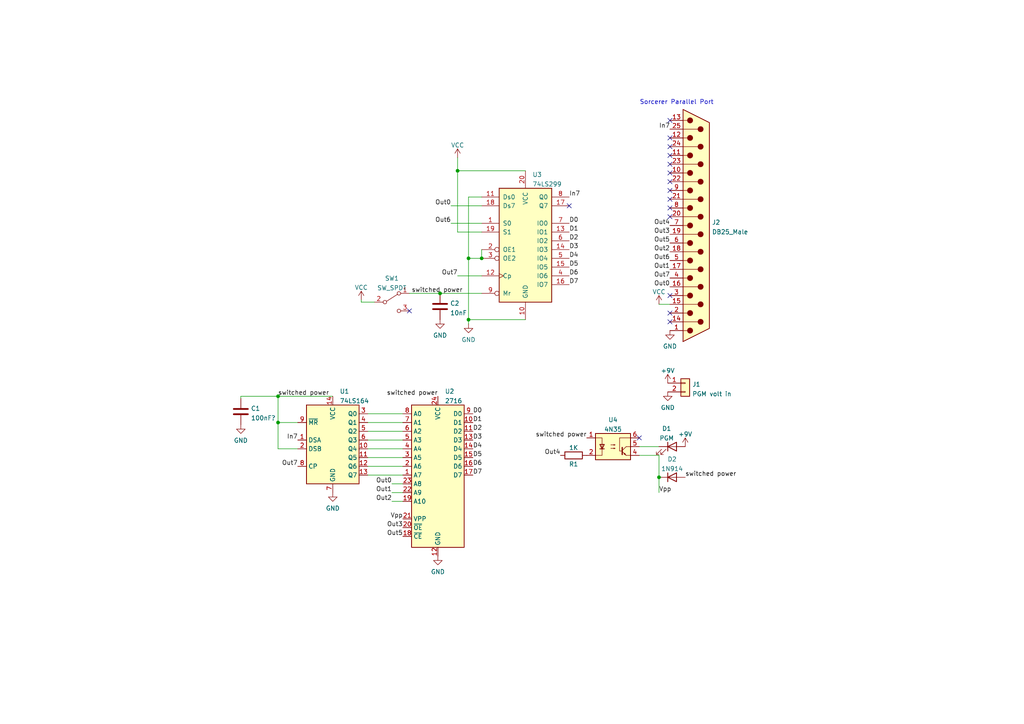
<source format=kicad_sch>
(kicad_sch (version 20211123) (generator eeschema)
  (paper "A4")
  (lib_symbols
    (symbol "74xx:74HC164"
      (property "Reference" "U" (at 1.905 -13.97 0))
      (property "Value" "74HC164" (at 1.905 -16.51 0))
      (symbol "74HC164_0_1"
        (rectangle (start 7.62 10.16) (end -7.62 -12.7) (stroke (width 0.254)) (fill (type background)))
      )
      (symbol "74HC164_1_1"
        (pin input line (at -10.16 0 0) (length 2.54) (name "DSA") (number "1"))
        (pin output line (at 10.16 -2.54 180) (length 2.54) (name "Q4") (number "10"))
        (pin output line (at 10.16 -5.08 180) (length 2.54) (name "Q5") (number "11"))
        (pin output line (at 10.16 -7.62 180) (length 2.54) (name "Q6") (number "12"))
        (pin output line (at 10.16 -10.16 180) (length 2.54) (name "Q7") (number "13"))
        (pin power_in line (at 0 12.7 270) (length 2.54) (name "VCC") (number "14"))
        (pin input line (at -10.16 -2.54 0) (length 2.54) (name "DSB") (number "2"))
        (pin output line (at 10.16 7.62 180) (length 2.54) (name "Q0") (number "3"))
        (pin output line (at 10.16 5.08 180) (length 2.54) (name "Q1") (number "4"))
        (pin output line (at 10.16 2.54 180) (length 2.54) (name "Q2") (number "5"))
        (pin output line (at 10.16 0 180) (length 2.54) (name "Q3") (number "6"))
        (pin power_in line (at 0 -15.24 90) (length 2.54) (name "GND") (number "7"))
        (pin input line (at -10.16 -7.62 0) (length 2.54) (name "CP") (number "8"))
        (pin input line (at -10.16 5.08 0) (length 2.54) (name "~{MR}") (number "9"))
      )
    )
    (symbol "74xx:74LS299" (pin_names (offset 1.016))
      (property "Reference" "U" (at -7.62 16.51 0))
      (property "Value" "74LS299" (at -7.62 -19.05 0))
      (symbol "74LS299_1_0"
        (pin input line (at -12.7 5.08 0) (length 5.08) (name "S0") (number "1"))
        (pin power_in line (at 0 -22.86 90) (length 5.08) (name "GND") (number "10"))
        (pin input line (at -12.7 12.7 0) (length 5.08) (name "Ds0") (number "11"))
        (pin input clock (at -12.7 -10.16 0) (length 5.08) (name "Cp") (number "12"))
        (pin tri_state line (at 12.7 2.54 180) (length 5.08) (name "IO1") (number "13"))
        (pin tri_state line (at 12.7 -2.54 180) (length 5.08) (name "IO3") (number "14"))
        (pin tri_state line (at 12.7 -7.62 180) (length 5.08) (name "IO5") (number "15"))
        (pin tri_state line (at 12.7 -12.7 180) (length 5.08) (name "IO7") (number "16"))
        (pin output line (at 12.7 10.16 180) (length 5.08) (name "Q7") (number "17"))
        (pin input line (at -12.7 10.16 0) (length 5.08) (name "Ds7") (number "18"))
        (pin input line (at -12.7 2.54 0) (length 5.08) (name "S1") (number "19"))
        (pin input inverted (at -12.7 -2.54 0) (length 5.08) (name "OE1") (number "2"))
        (pin power_in line (at 0 20.32 270) (length 5.08) (name "VCC") (number "20"))
        (pin input inverted (at -12.7 -5.08 0) (length 5.08) (name "OE2") (number "3"))
        (pin tri_state line (at 12.7 -10.16 180) (length 5.08) (name "IO6") (number "4"))
        (pin tri_state line (at 12.7 -5.08 180) (length 5.08) (name "IO4") (number "5"))
        (pin tri_state line (at 12.7 0 180) (length 5.08) (name "IO2") (number "6"))
        (pin tri_state line (at 12.7 5.08 180) (length 5.08) (name "IO0") (number "7"))
        (pin output line (at 12.7 12.7 180) (length 5.08) (name "Q0") (number "8"))
        (pin input inverted (at -12.7 -15.24 0) (length 5.08) (name "Mr") (number "9"))
      )
      (symbol "74LS299_1_1"
        (rectangle (start -7.62 15.24) (end 7.62 -17.78) (stroke (width 0.254)) (fill (type background)))
      )
    )
    (symbol "Connector:DB25_Male" (pin_names (offset 1.016) hide)
      (property "Reference" "J" (at 0 34.29 0))
      (property "Value" "DB25_Male" (at 0 -34.925 0))
      (symbol "DB25_Male_0_1"
        (circle (center -1.778 -30.48) (radius 0.762) (fill (type outline)))
        (circle (center -1.778 -25.4) (radius 0.762) (fill (type outline)))
        (circle (center -1.778 -20.32) (radius 0.762) (fill (type outline)))
        (circle (center -1.778 -15.24) (radius 0.762) (fill (type outline)))
        (circle (center -1.778 -10.16) (radius 0.762) (fill (type outline)))
        (circle (center -1.778 -5.08) (radius 0.762) (fill (type outline)))
        (circle (center -1.778 0) (radius 0.762) (fill (type outline)))
        (circle (center -1.778 5.08) (radius 0.762) (fill (type outline)))
        (circle (center -1.778 10.16) (radius 0.762) (fill (type outline)))
        (circle (center -1.778 15.24) (radius 0.762) (fill (type outline)))
        (circle (center -1.778 20.32) (radius 0.762) (fill (type outline)))
        (circle (center -1.778 25.4) (radius 0.762) (fill (type outline)))
        (circle (center -1.778 30.48) (radius 0.762) (fill (type outline)))
        (polyline (pts (xy -3.81 -30.48) (xy -2.54 -30.48)))
        (polyline (pts (xy -3.81 -27.94) (xy 0.508 -27.94)))
        (polyline (pts (xy -3.81 -25.4) (xy -2.54 -25.4)))
        (polyline (pts (xy -3.81 -22.86) (xy 0.508 -22.86)))
        (polyline (pts (xy -3.81 -20.32) (xy -2.54 -20.32)))
        (polyline (pts (xy -3.81 -17.78) (xy 0.508 -17.78)))
        (polyline (pts (xy -3.81 -15.24) (xy -2.54 -15.24)))
        (polyline (pts (xy -3.81 -12.7) (xy 0.508 -12.7)))
        (polyline (pts (xy -3.81 -10.16) (xy -2.54 -10.16)))
        (polyline (pts (xy -3.81 -7.62) (xy 0.508 -7.62)))
        (polyline (pts (xy -3.81 -5.08) (xy -2.54 -5.08)))
        (polyline (pts (xy -3.81 -2.54) (xy 0.508 -2.54)))
        (polyline (pts (xy -3.81 0) (xy -2.54 0)))
        (polyline (pts (xy -3.81 2.54) (xy 0.508 2.54)))
        (polyline (pts (xy -3.81 5.08) (xy -2.54 5.08)))
        (polyline (pts (xy -3.81 7.62) (xy 0.508 7.62)))
        (polyline (pts (xy -3.81 10.16) (xy -2.54 10.16)))
        (polyline (pts (xy -3.81 12.7) (xy 0.508 12.7)))
        (polyline (pts (xy -3.81 15.24) (xy -2.54 15.24)))
        (polyline (pts (xy -3.81 17.78) (xy 0.508 17.78)))
        (polyline (pts (xy -3.81 20.32) (xy -2.54 20.32)))
        (polyline (pts (xy -3.81 22.86) (xy 0.508 22.86)))
        (polyline (pts (xy -3.81 25.4) (xy -2.54 25.4)))
        (polyline (pts (xy -3.81 27.94) (xy 0.508 27.94)))
        (polyline (pts (xy -3.81 30.48) (xy -2.54 30.48)))
        (polyline (pts (xy -3.81 -33.655) (xy 3.81 -29.845) (xy 3.81 29.845) (xy -3.81 33.655) (xy -3.81 -33.655)) (stroke (width 0.254)) (fill (type background)))
        (circle (center 1.27 -27.94) (radius 0.762) (fill (type outline)))
        (circle (center 1.27 -22.86) (radius 0.762) (fill (type outline)))
        (circle (center 1.27 -17.78) (radius 0.762) (fill (type outline)))
        (circle (center 1.27 -12.7) (radius 0.762) (fill (type outline)))
        (circle (center 1.27 -7.62) (radius 0.762) (fill (type outline)))
        (circle (center 1.27 -2.54) (radius 0.762) (fill (type outline)))
        (circle (center 1.27 2.54) (radius 0.762) (fill (type outline)))
        (circle (center 1.27 7.62) (radius 0.762) (fill (type outline)))
        (circle (center 1.27 12.7) (radius 0.762) (fill (type outline)))
        (circle (center 1.27 17.78) (radius 0.762) (fill (type outline)))
        (circle (center 1.27 22.86) (radius 0.762) (fill (type outline)))
        (circle (center 1.27 27.94) (radius 0.762) (fill (type outline)))
      )
      (symbol "DB25_Male_1_1"
        (pin passive line (at -7.62 -30.48 0) (length 3.81) (name "1") (number "1"))
        (pin passive line (at -7.62 15.24 0) (length 3.81) (name "10") (number "10"))
        (pin passive line (at -7.62 20.32 0) (length 3.81) (name "11") (number "11"))
        (pin passive line (at -7.62 25.4 0) (length 3.81) (name "12") (number "12"))
        (pin passive line (at -7.62 30.48 0) (length 3.81) (name "13") (number "13"))
        (pin passive line (at -7.62 -27.94 0) (length 3.81) (name "P14") (number "14"))
        (pin passive line (at -7.62 -22.86 0) (length 3.81) (name "P15") (number "15"))
        (pin passive line (at -7.62 -17.78 0) (length 3.81) (name "P16") (number "16"))
        (pin passive line (at -7.62 -12.7 0) (length 3.81) (name "P17") (number "17"))
        (pin passive line (at -7.62 -7.62 0) (length 3.81) (name "P18") (number "18"))
        (pin passive line (at -7.62 -2.54 0) (length 3.81) (name "P19") (number "19"))
        (pin passive line (at -7.62 -25.4 0) (length 3.81) (name "2") (number "2"))
        (pin passive line (at -7.62 2.54 0) (length 3.81) (name "P20") (number "20"))
        (pin passive line (at -7.62 7.62 0) (length 3.81) (name "P21") (number "21"))
        (pin passive line (at -7.62 12.7 0) (length 3.81) (name "P22") (number "22"))
        (pin passive line (at -7.62 17.78 0) (length 3.81) (name "P23") (number "23"))
        (pin passive line (at -7.62 22.86 0) (length 3.81) (name "P24") (number "24"))
        (pin passive line (at -7.62 27.94 0) (length 3.81) (name "P25") (number "25"))
        (pin passive line (at -7.62 -20.32 0) (length 3.81) (name "3") (number "3"))
        (pin passive line (at -7.62 -15.24 0) (length 3.81) (name "4") (number "4"))
        (pin passive line (at -7.62 -10.16 0) (length 3.81) (name "5") (number "5"))
        (pin passive line (at -7.62 -5.08 0) (length 3.81) (name "6") (number "6"))
        (pin passive line (at -7.62 0 0) (length 3.81) (name "7") (number "7"))
        (pin passive line (at -7.62 5.08 0) (length 3.81) (name "8") (number "8"))
        (pin passive line (at -7.62 10.16 0) (length 3.81) (name "9") (number "9"))
      )
    )
    (symbol "Connector_Generic:Conn_01x02" (pin_names (offset 1.016) hide)
      (property "Reference" "J" (at 0 2.54 0))
      (property "Value" "Conn_01x02" (at 0 -5.08 0))
      (symbol "Conn_01x02_1_1"
        (rectangle (start -1.27 -2.413) (end 0 -2.667) (stroke (width 0.1524)))
        (rectangle (start -1.27 0.127) (end 0 -0.127) (stroke (width 0.1524)))
        (rectangle (start -1.27 1.27) (end 1.27 -3.81) (stroke (width 0.254)) (fill (type background)))
        (pin passive line (at -5.08 0 0) (length 3.81) (name "Pin_1") (number "1"))
        (pin passive line (at -5.08 -2.54 0) (length 3.81) (name "Pin_2") (number "2"))
      )
    )
    (symbol "Device:C" (pin_numbers hide) (pin_names (offset 0.254))
      (property "Reference" "C" (at 0.635 2.54 0))
      (property "Value" "C" (at 0.635 -2.54 0))
      (symbol "C_0_1"
        (polyline (pts (xy -2.032 -0.762) (xy 2.032 -0.762)) (stroke (width 0.508)))
        (polyline (pts (xy -2.032 0.762) (xy 2.032 0.762)) (stroke (width 0.508)))
      )
      (symbol "C_1_1"
        (pin passive line (at 0 3.81 270) (length 2.794) (name "~") (number "1"))
        (pin passive line (at 0 -3.81 90) (length 2.794) (name "~") (number "2"))
      )
    )
    (symbol "Device:LED" (pin_numbers hide) (pin_names (offset 1.016) hide)
      (property "Reference" "D" (at 0 2.54 0))
      (property "Value" "LED" (at 0 -2.54 0))
      (symbol "LED_0_1"
        (polyline (pts (xy -1.27 -1.27) (xy -1.27 1.27)) (stroke (width 0.254)))
        (polyline (pts (xy -1.27 0) (xy 1.27 0)))
        (polyline (pts (xy 1.27 -1.27) (xy 1.27 1.27) (xy -1.27 0) (xy 1.27 -1.27)) (stroke (width 0.254)))
        (polyline (pts (xy -3.048 -0.762) (xy -4.572 -2.286) (xy -3.81 -2.286) (xy -4.572 -2.286) (xy -4.572 -1.524)))
        (polyline (pts (xy -1.778 -0.762) (xy -3.302 -2.286) (xy -2.54 -2.286) (xy -3.302 -2.286) (xy -3.302 -1.524)))
      )
      (symbol "LED_1_1"
        (pin passive line (at -3.81 0 0) (length 2.54) (name "K") (number "1"))
        (pin passive line (at 3.81 0 180) (length 2.54) (name "A") (number "2"))
      )
    )
    (symbol "Device:R" (pin_numbers hide) (pin_names (offset 0))
      (property "Reference" "R" (at 2.032 0 90))
      (property "Value" "R" (at 0 0 90))
      (symbol "R_0_1"
        (rectangle (start -1.016 -2.54) (end 1.016 2.54) (stroke (width 0.254)))
      )
      (symbol "R_1_1"
        (pin passive line (at 0 3.81 270) (length 1.27) (name "~") (number "1"))
        (pin passive line (at 0 -3.81 90) (length 1.27) (name "~") (number "2"))
      )
    )
    (symbol "Diode:1N914" (pin_numbers hide) (pin_names (offset 1.016) hide)
      (property "Reference" "D" (at 0 2.54 0))
      (property "Value" "1N914" (at 0 -2.54 0))
      (symbol "1N914_0_1"
        (polyline (pts (xy -1.27 1.27) (xy -1.27 -1.27)) (stroke (width 0.254)))
        (polyline (pts (xy 1.27 0) (xy -1.27 0)))
        (polyline (pts (xy 1.27 1.27) (xy 1.27 -1.27) (xy -1.27 0) (xy 1.27 1.27)) (stroke (width 0.254)))
      )
      (symbol "1N914_1_1"
        (pin passive line (at -3.81 0 0) (length 2.54) (name "K") (number "1"))
        (pin passive line (at 3.81 0 180) (length 2.54) (name "A") (number "2"))
      )
    )
    (symbol "Evan's misc parts:2716"
      (property "Reference" "U" (at -7.62 21.59 0))
      (property "Value" "2716" (at 2.54 -22.225 0))
      (symbol "2716_1_1"
        (rectangle (start -7.62 20.32) (end 7.62 -20.955) (stroke (width 0.254)) (fill (type background)))
        (pin input line (at -10.16 0 0) (length 2.54) (name "A7") (number "1"))
        (pin tri_state line (at 10.16 15.24 180) (length 2.54) (name "D1") (number "10"))
        (pin tri_state line (at 10.16 12.7 180) (length 2.54) (name "D2") (number "11"))
        (pin power_in line (at 0 -23.495 90) (length 2.54) (name "GND") (number "12"))
        (pin tri_state line (at 10.16 10.16 180) (length 2.54) (name "D3") (number "13"))
        (pin tri_state line (at 10.16 7.62 180) (length 2.54) (name "D4") (number "14"))
        (pin tri_state line (at 10.16 5.08 180) (length 2.54) (name "D5") (number "15"))
        (pin tri_state line (at 10.16 2.54 180) (length 2.54) (name "D6") (number "16"))
        (pin tri_state line (at 10.16 0 180) (length 2.54) (name "D7") (number "17"))
        (pin input line (at -10.16 -17.78 0) (length 2.54) (name "~{CE}") (number "18"))
        (pin input line (at -10.16 -7.62 0) (length 2.54) (name "A10") (number "19"))
        (pin input line (at -10.16 2.54 0) (length 2.54) (name "A6") (number "2"))
        (pin input line (at -10.16 -15.24 0) (length 2.54) (name "~{OE}") (number "20"))
        (pin input line (at -10.16 -12.7 0) (length 2.54) (name "VPP") (number "21"))
        (pin input line (at -10.16 -5.08 0) (length 2.54) (name "A9") (number "22"))
        (pin input line (at -10.16 -2.54 0) (length 2.54) (name "A8") (number "23"))
        (pin power_in line (at 0 22.86 270) (length 2.54) (name "VCC") (number "24"))
        (pin input line (at -10.16 5.08 0) (length 2.54) (name "A5") (number "3"))
        (pin input line (at -10.16 7.62 0) (length 2.54) (name "A4") (number "4"))
        (pin input line (at -10.16 10.16 0) (length 2.54) (name "A3") (number "5"))
        (pin input line (at -10.16 12.7 0) (length 2.54) (name "A2") (number "6"))
        (pin input line (at -10.16 15.24 0) (length 2.54) (name "A1") (number "7"))
        (pin input line (at -10.16 17.78 0) (length 2.54) (name "A0") (number "8"))
        (pin tri_state line (at 10.16 17.78 180) (length 2.54) (name "D0") (number "9"))
      )
    )
    (symbol "Isolator:4N35" (pin_names (offset 1.016))
      (property "Reference" "U" (at -5.08 5.08 0))
      (property "Value" "4N35" (at 0 5.08 0))
      (symbol "4N35_0_1"
        (rectangle (start -5.08 3.81) (end 5.08 -3.81) (stroke (width 0.254)) (fill (type background)))
        (polyline (pts (xy -3.81 -0.635) (xy -2.54 -0.635)) (stroke (width 0.254)))
        (polyline (pts (xy 2.667 -1.397) (xy 3.81 -2.54)))
        (polyline (pts (xy 2.667 -1.143) (xy 3.81 0)))
        (polyline (pts (xy 3.81 -2.54) (xy 5.08 -2.54)))
        (polyline (pts (xy 3.81 0) (xy 5.08 0)))
        (polyline (pts (xy 2.667 -0.254) (xy 2.667 -2.286) (xy 2.667 -2.286)) (stroke (width 0.3556)))
        (polyline (pts (xy -5.08 -2.54) (xy -3.175 -2.54) (xy -3.175 2.54) (xy -5.08 2.54)))
        (polyline (pts (xy -3.175 -0.635) (xy -3.81 0.635) (xy -2.54 0.635) (xy -3.175 -0.635)) (stroke (width 0.254)))
        (polyline (pts (xy 3.683 -2.413) (xy 3.429 -1.905) (xy 3.175 -2.159) (xy 3.683 -2.413)))
        (polyline (pts (xy 5.08 2.54) (xy 1.905 2.54) (xy 1.905 -1.27) (xy 2.54 -1.27)))
        (polyline (pts (xy -0.635 -0.508) (xy 0.635 -0.508) (xy 0.254 -0.635) (xy 0.254 -0.381) (xy 0.635 -0.508)))
        (polyline (pts (xy -0.635 0.508) (xy 0.635 0.508) (xy 0.254 0.381) (xy 0.254 0.635) (xy 0.635 0.508)))
      )
      (symbol "4N35_1_1"
        (pin passive line (at -7.62 2.54 0) (length 2.54) (name "~") (number "1"))
        (pin passive line (at -7.62 -2.54 0) (length 2.54) (name "~") (number "2"))
        (pin no_connect line (at -5.08 0 0) (length 2.54) hide (name "NC") (number "3"))
        (pin passive line (at 7.62 -2.54 180) (length 2.54) (name "~") (number "4"))
        (pin passive line (at 7.62 0 180) (length 2.54) (name "~") (number "5"))
        (pin passive line (at 7.62 2.54 180) (length 2.54) (name "~") (number "6"))
      )
    )
    (symbol "Switch:SW_SPDT" (pin_names (offset 0) hide)
      (property "Reference" "SW" (at 0 4.318 0))
      (property "Value" "SW_SPDT" (at 0 -5.08 0))
      (symbol "SW_SPDT_0_0"
        (circle (center -2.032 0) (radius 0.508))
        (circle (center 2.032 -2.54) (radius 0.508))
      )
      (symbol "SW_SPDT_0_1"
        (polyline (pts (xy -1.524 0.254) (xy 1.651 2.286)))
        (circle (center 2.032 2.54) (radius 0.508))
      )
      (symbol "SW_SPDT_1_1"
        (pin passive line (at 5.08 2.54 180) (length 2.54) (name "A") (number "1"))
        (pin passive line (at -5.08 0 0) (length 2.54) (name "B") (number "2"))
        (pin passive line (at 5.08 -2.54 180) (length 2.54) (name "C") (number "3"))
      )
    )
    (symbol "power:+9V" (power) (pin_names (offset 0))
      (property "Value" "+9V" (at 0 3.556 0))
      (symbol "+9V_0_1"
        (polyline (pts (xy -0.762 1.27) (xy 0 2.54)))
        (polyline (pts (xy 0 0) (xy 0 2.54)))
        (polyline (pts (xy 0 2.54) (xy 0.762 1.27)))
      )
      (symbol "+9V_1_1"
        (pin power_in line (at 0 0 90) (length 0) hide (name "+9V") (number "1"))
      )
    )
    (symbol "power:GND" (power) (pin_names (offset 0))
      (property "Value" "GND" (at 0 -3.81 0))
      (symbol "GND_0_1"
        (polyline (pts (xy 0 0) (xy 0 -1.27) (xy 1.27 -1.27) (xy 0 -2.54) (xy -1.27 -1.27) (xy 0 -1.27)))
      )
      (symbol "GND_1_1"
        (pin power_in line (at 0 0 270) (length 0) hide (name "GND") (number "1"))
      )
    )
    (symbol "power:VCC" (power) (pin_names (offset 0))
      (property "Value" "VCC" (at 0 3.81 0))
      (symbol "VCC_0_1"
        (polyline (pts (xy -0.762 1.27) (xy 0 2.54)))
        (polyline (pts (xy 0 0) (xy 0 2.54)))
        (polyline (pts (xy 0 2.54) (xy 0.762 1.27)))
      )
      (symbol "VCC_1_1"
        (pin power_in line (at 0 0 90) (length 0) hide (name "VCC") (number "1"))
      )
    )
  )
  (junction (at 135.89 92.71))
  (junction (at 127.635 85.09))
  (junction (at 80.645 122.555))
  (junction (at 80.645 114.935))
  (junction (at 132.715 49.53))
  (junction (at 135.89 74.93))
  (junction (at 191.135 138.43))
  (junction (at 139.7 74.93))
  (no_connect (at 194.31 57.785))
  (no_connect (at 194.31 42.545))
  (no_connect (at 194.31 47.625))
  (no_connect (at 194.31 52.705))
  (no_connect (at 118.745 90.17))
  (no_connect (at 194.31 93.345))
  (no_connect (at 194.31 90.805))
  (no_connect (at 165.1 59.69))
  (no_connect (at 194.31 62.865))
  (no_connect (at 194.31 60.325))
  (no_connect (at 194.31 45.085))
  (no_connect (at 194.31 34.925))
  (no_connect (at 194.31 40.005))
  (no_connect (at 194.31 50.165))
  (no_connect (at 194.31 55.245))
  (no_connect (at 185.42 127))
  (no_connect (at 194.31 85.725))
  (wire (pts (xy 113.665 142.875) (xy 116.84 142.875)))
  (wire (pts (xy 191.135 132.08) (xy 191.135 138.43)))
  (wire (pts (xy 130.81 64.77) (xy 139.7 64.77)))
  (wire (pts (xy 106.68 122.555) (xy 116.84 122.555)))
  (wire (pts (xy 191.135 129.54) (xy 185.42 129.54)))
  (wire (pts (xy 104.775 86.995) (xy 104.775 87.63)))
  (wire (pts (xy 113.665 145.415) (xy 116.84 145.415)))
  (wire (pts (xy 106.68 135.255) (xy 116.84 135.255)))
  (wire (pts (xy 152.4 92.71) (xy 135.89 92.71)))
  (wire (pts (xy 130.81 59.69) (xy 139.7 59.69)))
  (wire (pts (xy 69.85 114.935) (xy 69.85 115.57)))
  (wire (pts (xy 106.68 137.795) (xy 116.84 137.795)))
  (wire (pts (xy 106.68 120.015) (xy 116.84 120.015)))
  (wire (pts (xy 104.775 87.63) (xy 108.585 87.63)))
  (wire (pts (xy 132.715 49.53) (xy 132.715 67.31)))
  (wire (pts (xy 106.68 130.175) (xy 116.84 130.175)))
  (wire (pts (xy 80.645 114.935) (xy 96.52 114.935)))
  (wire (pts (xy 80.645 122.555) (xy 86.36 122.555)))
  (wire (pts (xy 127.635 85.09) (xy 139.7 85.09)))
  (wire (pts (xy 106.68 127.635) (xy 116.84 127.635)))
  (wire (pts (xy 135.89 92.71) (xy 135.89 93.98)))
  (wire (pts (xy 191.135 138.43) (xy 191.135 142.875)))
  (wire (pts (xy 135.89 57.15) (xy 135.89 74.93)))
  (wire (pts (xy 139.7 67.31) (xy 132.715 67.31)))
  (wire (pts (xy 132.715 80.01) (xy 139.7 80.01)))
  (wire (pts (xy 69.85 114.935) (xy 80.645 114.935)))
  (wire (pts (xy 152.4 49.53) (xy 132.715 49.53)))
  (wire (pts (xy 139.7 57.15) (xy 135.89 57.15)))
  (wire (pts (xy 135.89 74.93) (xy 139.7 74.93)))
  (wire (pts (xy 80.645 122.555) (xy 80.645 114.935)))
  (wire (pts (xy 135.89 74.93) (xy 135.89 92.71)))
  (wire (pts (xy 80.645 130.175) (xy 86.36 130.175)))
  (wire (pts (xy 191.135 88.265) (xy 194.31 88.265)))
  (wire (pts (xy 139.7 72.39) (xy 139.7 74.93)))
  (wire (pts (xy 118.745 85.09) (xy 127.635 85.09)))
  (wire (pts (xy 80.645 122.555) (xy 80.645 130.175)))
  (wire (pts (xy 106.68 125.095) (xy 116.84 125.095)))
  (wire (pts (xy 132.715 45.72) (xy 132.715 49.53)))
  (wire (pts (xy 106.68 132.715) (xy 116.84 132.715)))
  (wire (pts (xy 185.42 132.08) (xy 191.135 132.08)))
  (wire (pts (xy 113.665 140.335) (xy 116.84 140.335)))
  (text "Sorcerer Parallel Port" (at 207.01 30.48 180) (effects (font (size 1.27 1.27)) (justify right bottom)))
  (label "In7" (at 165.1 57.15 0))
  (label "Out4" (at 162.56 132.08 180))
  (label "D5" (at 165.1 77.47 0))
  (label "D7" (at 137.16 137.795 0))
  (label "Out5" (at 194.31 70.485 180))
  (label "switched power" (at 170.18 127 180))
  (label "Out7" (at 132.715 80.01 180))
  (label "Out0" (at 194.31 83.185 180))
  (label "Out1" (at 113.665 142.875 180))
  (label "Vpp" (at 191.135 142.875 0))
  (label "D3" (at 165.1 72.39 0))
  (label "D4" (at 165.1 74.93 0))
  (label "switched power" (at 119.38 85.09 0))
  (label "D0" (at 137.16 120.015 0))
  (label "Out3" (at 194.31 67.945 180))
  (label "Out2" (at 113.665 145.415 180))
  (label "Vpp" (at 116.84 150.495 180))
  (label "Out2" (at 194.31 73.025 180))
  (label "Out6" (at 194.31 75.565 180))
  (label "In7" (at 194.31 37.465 180))
  (label "Out6" (at 130.81 64.77 180))
  (label "D1" (at 137.16 122.555 0))
  (label "D6" (at 165.1 80.01 0))
  (label "D3" (at 137.16 127.635 0))
  (label "switched power" (at 198.755 138.43 0))
  (label "D7" (at 165.1 82.55 0))
  (label "switched power" (at 80.645 114.935 0))
  (label "Out0" (at 113.665 140.335 180))
  (label "D4" (at 137.16 130.175 0))
  (label "Out7" (at 86.36 135.255 180))
  (label "D1" (at 165.1 67.31 0))
  (label "D5" (at 137.16 132.715 0))
  (label "Out4" (at 194.31 65.405 180))
  (label "Out1" (at 194.31 78.105 180))
  (label "Out3" (at 116.84 153.035 180))
  (label "D0" (at 165.1 64.77 0))
  (label "D6" (at 137.16 135.255 0))
  (label "Out5" (at 116.84 155.575 180))
  (label "Out0" (at 130.81 59.69 180))
  (label "In7" (at 86.36 127.635 180))
  (label "D2" (at 165.1 69.85 0))
  (label "switched power" (at 127 114.935 180))
  (label "Out7" (at 194.31 80.645 180))
  (label "D2" (at 137.16 125.095 0))
  (symbol (lib_id "Isolator:4N35") (at 177.8 129.54 0) (unit 1)
    (property "Reference" "U4" (at 177.8 121.7635 0))
    (property "Value" "4N35" (at 177.8 124.5386 0))
    (property "Footprint" "Package_DIP:DIP-6_W7.62mm" (effects hide))
    (property "Datasheet" "https://www.vishay.com/docs/81181/4n35.pdf" (effects hide))
  )
  (symbol (lib_id "power:VCC") (at 191.135 88.265 0) (unit 1)
    (property "Reference" "#PWR08" (effects hide))
    (property "Value" "VCC" (at 191.135 84.6605 0))
  )
  (symbol (lib_id "Diode:1N914") (at 194.945 138.43 0) (unit 1)
    (property "Reference" "D2" (at 194.945 133.1935 0))
    (property "Value" "1N914" (at 194.945 135.9686 0))
    (property "Footprint" "Diode_THT:D_DO-35_SOD27_P7.62mm_Horizontal" (effects hide))
    (property "Datasheet" "http://www.vishay.com/docs/85622/1n914.pdf" (effects hide))
  )
  (symbol (lib_id "power:GND") (at 127 161.29 0) (unit 1)
    (property "Reference" "#PWR04" (effects hide))
    (property "Value" "GND" (at 127 165.8525 0))
  )
  (symbol (lib_id "Device:C") (at 127.635 88.9 0) (unit 1)
    (property "Reference" "C2" (at 130.556 87.9915 0) (effects (justify left)))
    (property "Value" "10nF" (at 130.556 90.7666 0) (effects (justify left)))
    (property "Footprint" "Capacitor_THT:C_Rect_L9.0mm_W2.5mm_P7.50mm_MKT" (effects hide))
  )
  (symbol (lib_id "power:GND") (at 135.89 93.98 0) (unit 1)
    (property "Reference" "#PWR07" (effects hide))
    (property "Value" "GND" (at 135.89 98.5425 0))
  )
  (symbol (lib_id "power:+9V") (at 193.675 111.125 0) (unit 1)
    (property "Reference" "#PWR09" (effects hide))
    (property "Value" "+9V" (at 193.675 107.5205 0))
  )
  (symbol (lib_id "power:GND") (at 96.52 142.875 0) (unit 1)
    (property "Reference" "#PWR02" (effects hide))
    (property "Value" "GND" (at 96.52 147.4375 0))
  )
  (symbol (lib_id "power:GND") (at 194.31 95.885 0) (unit 1)
    (property "Reference" "#PWR011" (effects hide))
    (property "Value" "GND" (at 194.31 100.4475 0))
  )
  (symbol (lib_id "power:GND") (at 69.85 123.19 0) (unit 1)
    (property "Reference" "#PWR01" (effects hide))
    (property "Value" "GND" (at 69.85 127.7525 0))
  )
  (symbol (lib_id "74xx:74HC164") (at 96.52 127.635 0) (unit 1)
    (property "Reference" "U1" (at 98.5394 113.5085 0) (effects (justify left)))
    (property "Value" "74LS164" (at 98.5394 116.2836 0) (effects (justify left)))
    (property "Footprint" "Package_DIP:DIP-14_W7.62mm" (effects hide))
    (property "Datasheet" "https://assets.nexperia.com/documents/data-sheet/74HC_HCT164.pdf" (effects hide))
  )
  (symbol (lib_id "Device:C") (at 69.85 119.38 0) (unit 1)
    (property "Reference" "C1" (at 72.771 118.4715 0) (effects (justify left)))
    (property "Value" "100nF?" (at 72.771 121.2466 0) (effects (justify left)))
    (property "Footprint" "Capacitor_THT:C_Rect_L9.0mm_W2.5mm_P7.50mm_MKT" (effects hide))
  )
  (symbol (lib_id "power:GND") (at 193.675 113.665 0) (unit 1)
    (property "Reference" "#PWR010" (effects hide))
    (property "Value" "GND" (at 193.675 118.2275 0))
  )
  (symbol (lib_id "Evan's misc parts:2716") (at 127 137.795 0) (unit 1)
    (property "Reference" "U2" (at 129.0194 113.5085 0) (effects (justify left)))
    (property "Value" "2716" (at 129.0194 116.2836 0) (effects (justify left)))
    (property "Footprint" "Package_DIP:DIP-24_W15.24mm" (effects hide))
    (property "Datasheet" "https://downloads.reactivemicro.com/Electronics/ROM/2716%20EPROM.pdf" (effects hide))
  )
  (symbol (lib_id "74xx:74LS299") (at 152.4 69.85 0) (unit 1)
    (property "Reference" "U3" (at 154.4194 50.6435 0) (effects (justify left)))
    (property "Value" "74LS299" (at 154.4194 53.4186 0) (effects (justify left)))
    (property "Footprint" "Package_DIP:DIP-20_W7.62mm" (effects hide))
    (property "Datasheet" "http://www.ti.com/lit/gpn/sn74LS299" (effects hide))
  )
  (symbol (lib_id "power:GND") (at 127.635 92.71 0) (unit 1)
    (property "Reference" "#PWR05" (effects hide))
    (property "Value" "GND" (at 127.635 97.2725 0))
  )
  (symbol (lib_id "power:+9V") (at 198.755 129.54 0) (unit 1)
    (property "Reference" "#PWR012" (effects hide))
    (property "Value" "+9V" (at 198.755 125.9355 0))
  )
  (symbol (lib_id "Device:R") (at 166.37 132.08 90) (unit 1)
    (property "Reference" "R1" (at 166.37 134.62 90))
    (property "Value" "1K" (at 166.37 129.8726 90))
    (property "Footprint" "Resistor_THT:R_Axial_DIN0207_L6.3mm_D2.5mm_P10.16mm_Horizontal" (effects hide))
  )
  (symbol (lib_id "Switch:SW_SPDT") (at 113.665 87.63 0) (unit 1)
    (property "Reference" "SW1" (at 113.665 80.7425 0))
    (property "Value" "SW_SPDT" (at 113.665 83.5176 0))
    (property "Footprint" "Connector_PinHeader_2.54mm:PinHeader_1x03_P2.54mm_Vertical" (effects hide))
  )
  (symbol (lib_id "Device:LED") (at 194.945 129.54 0) (unit 1)
    (property "Reference" "D1" (at 193.3575 124.3035 0))
    (property "Value" "PGM" (at 193.3575 127.0786 0))
    (property "Footprint" "LED_THT:LED_D3.0mm" (effects hide))
  )
  (symbol (lib_id "power:VCC") (at 132.715 45.72 0) (mirror y) (unit 1)
    (property "Reference" "#PWR06" (effects hide))
    (property "Value" "VCC" (at 132.715 42.1155 0))
  )
  (symbol (lib_id "Connector:DB25_Male") (at 201.93 65.405 0) (unit 1)
    (property "Reference" "J2" (at 206.502 64.4965 0) (effects (justify left)))
    (property "Value" "DB25_Male" (at 206.502 67.2716 0) (effects (justify left)))
    (property "Footprint" "Connector_Dsub:DSUB-25_Male_EdgeMount_P2.77mm" (effects hide))
    (property "Datasheet" " ~" (effects hide))
  )
  (symbol (lib_id "Connector_Generic:Conn_01x02") (at 198.755 111.125 0) (unit 1)
    (property "Reference" "J1" (at 200.787 111.4865 0) (effects (justify left)))
    (property "Value" "PGM volt in" (at 200.787 114.2616 0) (effects (justify left)))
    (property "Footprint" "Connector_PinHeader_2.54mm:PinHeader_1x02_P2.54mm_Vertical" (effects hide))
  )
  (symbol (lib_id "power:VCC") (at 104.775 86.995 0) (mirror y) (unit 1)
    (property "Reference" "#PWR03" (effects hide))
    (property "Value" "VCC" (at 104.775 83.3905 0))
  )
)
</source>
